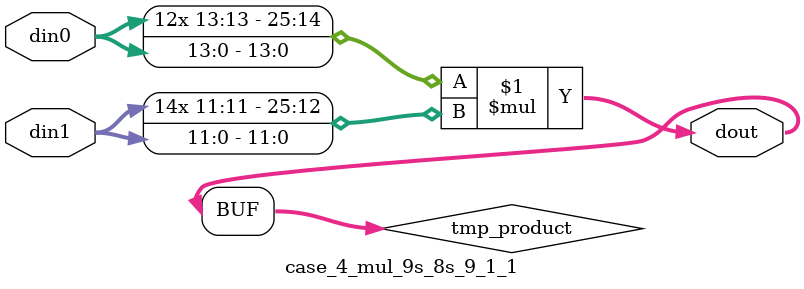
<source format=v>

`timescale 1 ns / 1 ps

 module case_4_mul_9s_8s_9_1_1(din0, din1, dout);
parameter ID = 1;
parameter NUM_STAGE = 0;
parameter din0_WIDTH = 14;
parameter din1_WIDTH = 12;
parameter dout_WIDTH = 26;

input [din0_WIDTH - 1 : 0] din0; 
input [din1_WIDTH - 1 : 0] din1; 
output [dout_WIDTH - 1 : 0] dout;

wire signed [dout_WIDTH - 1 : 0] tmp_product;



























assign tmp_product = $signed(din0) * $signed(din1);








assign dout = tmp_product;





















endmodule

</source>
